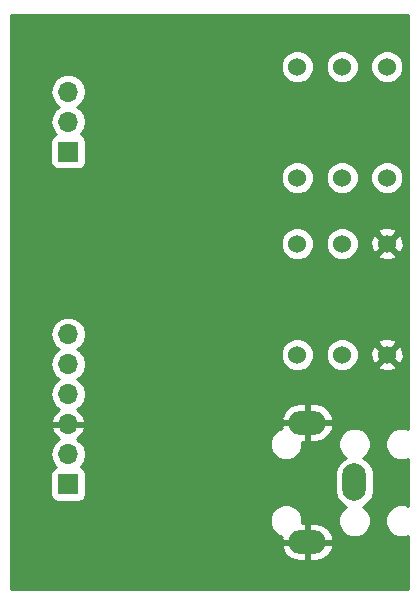
<source format=gbl>
G04 #@! TF.GenerationSoftware,KiCad,Pcbnew,(5.0.1)-4*
G04 #@! TF.CreationDate,2019-02-11T23:05:39+00:00*
G04 #@! TF.ProjectId,FT-8900-Headset,46542D383930302D486561647365742E,rev?*
G04 #@! TF.SameCoordinates,Original*
G04 #@! TF.FileFunction,Copper,L2,Bot,Signal*
G04 #@! TF.FilePolarity,Positive*
%FSLAX46Y46*%
G04 Gerber Fmt 4.6, Leading zero omitted, Abs format (unit mm)*
G04 Created by KiCad (PCBNEW (5.0.1)-4) date 11/02/2019 23:05:39*
%MOMM*%
%LPD*%
G01*
G04 APERTURE LIST*
G04 #@! TA.AperFunction,ComponentPad*
%ADD10O,3.197860X1.998980*%
G04 #@! TD*
G04 #@! TA.AperFunction,ComponentPad*
%ADD11O,1.998980X3.197860*%
G04 #@! TD*
G04 #@! TA.AperFunction,ComponentPad*
%ADD12R,1.700000X1.700000*%
G04 #@! TD*
G04 #@! TA.AperFunction,ComponentPad*
%ADD13O,1.700000X1.700000*%
G04 #@! TD*
G04 #@! TA.AperFunction,ComponentPad*
%ADD14C,1.524000*%
G04 #@! TD*
G04 #@! TA.AperFunction,Conductor*
%ADD15C,0.254000*%
G04 #@! TD*
G04 APERTURE END LIST*
D10*
G04 #@! TO.P,J5,2*
G04 #@! TO.N,GND*
X173502040Y-124554600D03*
D11*
G04 #@! TO.P,J5,1*
G04 #@! TO.N,Net-(J2-Pad1)*
X177500000Y-119500000D03*
D10*
G04 #@! TO.P,J5,2*
G04 #@! TO.N,GND*
X173502040Y-114445400D03*
G04 #@! TD*
D12*
G04 #@! TO.P,J1,1*
G04 #@! TO.N,Net-(J1-Pad1)*
X153250000Y-91500000D03*
D13*
G04 #@! TO.P,J1,2*
X153250000Y-88960000D03*
G04 #@! TO.P,J1,3*
G04 #@! TO.N,Net-(J1-Pad3)*
X153250000Y-86420000D03*
G04 #@! TD*
D12*
G04 #@! TO.P,J2,1*
G04 #@! TO.N,Net-(J2-Pad1)*
X153250000Y-119660000D03*
D13*
G04 #@! TO.P,J2,2*
G04 #@! TO.N,Net-(C1-Pad2)*
X153250000Y-117120000D03*
G04 #@! TO.P,J2,3*
G04 #@! TO.N,GND*
X153250000Y-114580000D03*
G04 #@! TO.P,J2,4*
G04 #@! TO.N,Net-(J2-Pad4)*
X153250000Y-112040000D03*
G04 #@! TO.P,J2,5*
G04 #@! TO.N,N/C*
X153250000Y-109500000D03*
G04 #@! TO.P,J2,6*
X153250000Y-106960000D03*
G04 #@! TD*
D14*
G04 #@! TO.P,J3,T*
G04 #@! TO.N,Net-(J3-PadT)*
X172650000Y-84300000D03*
G04 #@! TO.P,J3,R*
G04 #@! TO.N,Net-(J3-PadR)*
X176450000Y-84300000D03*
G04 #@! TO.P,J3,S*
G04 #@! TO.N,Net-(J1-Pad1)*
X180250000Y-84300000D03*
G04 #@! TO.P,J3,TN*
G04 #@! TO.N,Net-(J3-PadT)*
X172650000Y-93700000D03*
G04 #@! TO.P,J3,RN*
G04 #@! TO.N,Net-(J3-PadR)*
X176450000Y-93700000D03*
G04 #@! TO.P,J3,SN*
G04 #@! TO.N,Net-(J1-Pad1)*
X180250000Y-93700000D03*
G04 #@! TD*
G04 #@! TO.P,J4,SN*
G04 #@! TO.N,GND*
X180250000Y-108700000D03*
G04 #@! TO.P,J4,RN*
G04 #@! TO.N,Net-(J4-PadR)*
X176450000Y-108700000D03*
G04 #@! TO.P,J4,TN*
G04 #@! TO.N,Net-(C1-Pad1)*
X172650000Y-108700000D03*
G04 #@! TO.P,J4,S*
G04 #@! TO.N,GND*
X180250000Y-99300000D03*
G04 #@! TO.P,J4,R*
G04 #@! TO.N,Net-(J4-PadR)*
X176450000Y-99300000D03*
G04 #@! TO.P,J4,T*
G04 #@! TO.N,Net-(C1-Pad1)*
X172650000Y-99300000D03*
G04 #@! TD*
D15*
G04 #@! TO.N,GND*
G36*
X182040001Y-114974562D02*
X181775494Y-114865000D01*
X181224506Y-114865000D01*
X180715460Y-115075853D01*
X180325853Y-115465460D01*
X180115000Y-115974506D01*
X180115000Y-116525494D01*
X180325853Y-117034540D01*
X180715460Y-117424147D01*
X181224506Y-117635000D01*
X181775494Y-117635000D01*
X182040001Y-117525438D01*
X182040001Y-121474562D01*
X181775494Y-121365000D01*
X181224506Y-121365000D01*
X180715460Y-121575853D01*
X180325853Y-121965460D01*
X180115000Y-122474506D01*
X180115000Y-123025494D01*
X180325853Y-123534540D01*
X180715460Y-123924147D01*
X181224506Y-124135000D01*
X181775494Y-124135000D01*
X182040001Y-124025438D01*
X182040001Y-128540000D01*
X148460000Y-128540000D01*
X148460000Y-124934954D01*
X171312981Y-124934954D01*
X171343927Y-125062759D01*
X171657038Y-125620556D01*
X172159775Y-126016071D01*
X172775600Y-126189090D01*
X173375040Y-126189090D01*
X173375040Y-124681600D01*
X173629040Y-124681600D01*
X173629040Y-126189090D01*
X174228480Y-126189090D01*
X174844305Y-126016071D01*
X175347042Y-125620556D01*
X175660153Y-125062759D01*
X175691099Y-124934954D01*
X175571745Y-124681600D01*
X173629040Y-124681600D01*
X173375040Y-124681600D01*
X171432335Y-124681600D01*
X171312981Y-124934954D01*
X148460000Y-124934954D01*
X148460000Y-122474506D01*
X170315000Y-122474506D01*
X170315000Y-123025494D01*
X170525853Y-123534540D01*
X170915460Y-123924147D01*
X171331783Y-124096593D01*
X171312981Y-124174246D01*
X171432335Y-124427600D01*
X173375040Y-124427600D01*
X173375040Y-122920110D01*
X173629040Y-122920110D01*
X173629040Y-124427600D01*
X175571745Y-124427600D01*
X175691099Y-124174246D01*
X175660153Y-124046441D01*
X175347042Y-123488644D01*
X174844305Y-123093129D01*
X174228480Y-122920110D01*
X173629040Y-122920110D01*
X173375040Y-122920110D01*
X173085000Y-122920110D01*
X173085000Y-122474506D01*
X172874147Y-121965460D01*
X172484540Y-121575853D01*
X171975494Y-121365000D01*
X171424506Y-121365000D01*
X170915460Y-121575853D01*
X170525853Y-121965460D01*
X170315000Y-122474506D01*
X148460000Y-122474506D01*
X148460000Y-117120000D01*
X151735908Y-117120000D01*
X151851161Y-117699418D01*
X152179375Y-118190625D01*
X152197619Y-118202816D01*
X152152235Y-118211843D01*
X151942191Y-118352191D01*
X151801843Y-118562235D01*
X151752560Y-118810000D01*
X151752560Y-120510000D01*
X151801843Y-120757765D01*
X151942191Y-120967809D01*
X152152235Y-121108157D01*
X152400000Y-121157440D01*
X154100000Y-121157440D01*
X154347765Y-121108157D01*
X154557809Y-120967809D01*
X154698157Y-120757765D01*
X154747440Y-120510000D01*
X154747440Y-118810000D01*
X154733433Y-118739581D01*
X175865510Y-118739581D01*
X175865510Y-120260420D01*
X175960345Y-120737186D01*
X176321600Y-121277841D01*
X176747651Y-121562519D01*
X176715460Y-121575853D01*
X176325853Y-121965460D01*
X176115000Y-122474506D01*
X176115000Y-123025494D01*
X176325853Y-123534540D01*
X176715460Y-123924147D01*
X177224506Y-124135000D01*
X177775494Y-124135000D01*
X178284540Y-123924147D01*
X178674147Y-123534540D01*
X178885000Y-123025494D01*
X178885000Y-122474506D01*
X178674147Y-121965460D01*
X178284540Y-121575853D01*
X178252350Y-121562519D01*
X178678401Y-121277841D01*
X179039655Y-120737186D01*
X179134490Y-120260420D01*
X179134490Y-118739580D01*
X179039655Y-118262814D01*
X178678401Y-117722159D01*
X178252349Y-117437481D01*
X178284540Y-117424147D01*
X178674147Y-117034540D01*
X178885000Y-116525494D01*
X178885000Y-115974506D01*
X178674147Y-115465460D01*
X178284540Y-115075853D01*
X177775494Y-114865000D01*
X177224506Y-114865000D01*
X176715460Y-115075853D01*
X176325853Y-115465460D01*
X176115000Y-115974506D01*
X176115000Y-116525494D01*
X176325853Y-117034540D01*
X176715460Y-117424147D01*
X176747650Y-117437481D01*
X176321599Y-117722159D01*
X175960345Y-118262815D01*
X175865510Y-118739581D01*
X154733433Y-118739581D01*
X154698157Y-118562235D01*
X154557809Y-118352191D01*
X154347765Y-118211843D01*
X154302381Y-118202816D01*
X154320625Y-118190625D01*
X154648839Y-117699418D01*
X154764092Y-117120000D01*
X154648839Y-116540582D01*
X154320625Y-116049375D01*
X154208576Y-115974506D01*
X170315000Y-115974506D01*
X170315000Y-116525494D01*
X170525853Y-117034540D01*
X170915460Y-117424147D01*
X171424506Y-117635000D01*
X171975494Y-117635000D01*
X172484540Y-117424147D01*
X172874147Y-117034540D01*
X173085000Y-116525494D01*
X173085000Y-116079890D01*
X173375040Y-116079890D01*
X173375040Y-114572400D01*
X173629040Y-114572400D01*
X173629040Y-116079890D01*
X174228480Y-116079890D01*
X174844305Y-115906871D01*
X175347042Y-115511356D01*
X175660153Y-114953559D01*
X175691099Y-114825754D01*
X175571745Y-114572400D01*
X173629040Y-114572400D01*
X173375040Y-114572400D01*
X171432335Y-114572400D01*
X171312981Y-114825754D01*
X171331783Y-114903407D01*
X170915460Y-115075853D01*
X170525853Y-115465460D01*
X170315000Y-115974506D01*
X154208576Y-115974506D01*
X154001522Y-115836157D01*
X154131358Y-115775183D01*
X154521645Y-115346924D01*
X154691476Y-114936890D01*
X154570155Y-114707000D01*
X153377000Y-114707000D01*
X153377000Y-114727000D01*
X153123000Y-114727000D01*
X153123000Y-114707000D01*
X151929845Y-114707000D01*
X151808524Y-114936890D01*
X151978355Y-115346924D01*
X152368642Y-115775183D01*
X152498478Y-115836157D01*
X152179375Y-116049375D01*
X151851161Y-116540582D01*
X151735908Y-117120000D01*
X148460000Y-117120000D01*
X148460000Y-106960000D01*
X151735908Y-106960000D01*
X151851161Y-107539418D01*
X152179375Y-108030625D01*
X152477761Y-108230000D01*
X152179375Y-108429375D01*
X151851161Y-108920582D01*
X151735908Y-109500000D01*
X151851161Y-110079418D01*
X152179375Y-110570625D01*
X152477761Y-110770000D01*
X152179375Y-110969375D01*
X151851161Y-111460582D01*
X151735908Y-112040000D01*
X151851161Y-112619418D01*
X152179375Y-113110625D01*
X152498478Y-113323843D01*
X152368642Y-113384817D01*
X151978355Y-113813076D01*
X151808524Y-114223110D01*
X151929845Y-114453000D01*
X153123000Y-114453000D01*
X153123000Y-114433000D01*
X153377000Y-114433000D01*
X153377000Y-114453000D01*
X154570155Y-114453000D01*
X154691476Y-114223110D01*
X154626008Y-114065046D01*
X171312981Y-114065046D01*
X171432335Y-114318400D01*
X173375040Y-114318400D01*
X173375040Y-112810910D01*
X173629040Y-112810910D01*
X173629040Y-114318400D01*
X175571745Y-114318400D01*
X175691099Y-114065046D01*
X175660153Y-113937241D01*
X175347042Y-113379444D01*
X174844305Y-112983929D01*
X174228480Y-112810910D01*
X173629040Y-112810910D01*
X173375040Y-112810910D01*
X172775600Y-112810910D01*
X172159775Y-112983929D01*
X171657038Y-113379444D01*
X171343927Y-113937241D01*
X171312981Y-114065046D01*
X154626008Y-114065046D01*
X154521645Y-113813076D01*
X154131358Y-113384817D01*
X154001522Y-113323843D01*
X154320625Y-113110625D01*
X154648839Y-112619418D01*
X154764092Y-112040000D01*
X154648839Y-111460582D01*
X154320625Y-110969375D01*
X154022239Y-110770000D01*
X154320625Y-110570625D01*
X154648839Y-110079418D01*
X154764092Y-109500000D01*
X154648839Y-108920582D01*
X154320625Y-108429375D01*
X154309766Y-108422119D01*
X171253000Y-108422119D01*
X171253000Y-108977881D01*
X171465680Y-109491337D01*
X171858663Y-109884320D01*
X172372119Y-110097000D01*
X172927881Y-110097000D01*
X173441337Y-109884320D01*
X173834320Y-109491337D01*
X174047000Y-108977881D01*
X174047000Y-108422119D01*
X175053000Y-108422119D01*
X175053000Y-108977881D01*
X175265680Y-109491337D01*
X175658663Y-109884320D01*
X176172119Y-110097000D01*
X176727881Y-110097000D01*
X177241337Y-109884320D01*
X177445444Y-109680213D01*
X179449392Y-109680213D01*
X179518857Y-109922397D01*
X180042302Y-110109144D01*
X180597368Y-110081362D01*
X180981143Y-109922397D01*
X181050608Y-109680213D01*
X180250000Y-108879605D01*
X179449392Y-109680213D01*
X177445444Y-109680213D01*
X177634320Y-109491337D01*
X177847000Y-108977881D01*
X177847000Y-108492302D01*
X178840856Y-108492302D01*
X178868638Y-109047368D01*
X179027603Y-109431143D01*
X179269787Y-109500608D01*
X180070395Y-108700000D01*
X180429605Y-108700000D01*
X181230213Y-109500608D01*
X181472397Y-109431143D01*
X181659144Y-108907698D01*
X181631362Y-108352632D01*
X181472397Y-107968857D01*
X181230213Y-107899392D01*
X180429605Y-108700000D01*
X180070395Y-108700000D01*
X179269787Y-107899392D01*
X179027603Y-107968857D01*
X178840856Y-108492302D01*
X177847000Y-108492302D01*
X177847000Y-108422119D01*
X177634320Y-107908663D01*
X177445444Y-107719787D01*
X179449392Y-107719787D01*
X180250000Y-108520395D01*
X181050608Y-107719787D01*
X180981143Y-107477603D01*
X180457698Y-107290856D01*
X179902632Y-107318638D01*
X179518857Y-107477603D01*
X179449392Y-107719787D01*
X177445444Y-107719787D01*
X177241337Y-107515680D01*
X176727881Y-107303000D01*
X176172119Y-107303000D01*
X175658663Y-107515680D01*
X175265680Y-107908663D01*
X175053000Y-108422119D01*
X174047000Y-108422119D01*
X173834320Y-107908663D01*
X173441337Y-107515680D01*
X172927881Y-107303000D01*
X172372119Y-107303000D01*
X171858663Y-107515680D01*
X171465680Y-107908663D01*
X171253000Y-108422119D01*
X154309766Y-108422119D01*
X154022239Y-108230000D01*
X154320625Y-108030625D01*
X154648839Y-107539418D01*
X154764092Y-106960000D01*
X154648839Y-106380582D01*
X154320625Y-105889375D01*
X153829418Y-105561161D01*
X153396256Y-105475000D01*
X153103744Y-105475000D01*
X152670582Y-105561161D01*
X152179375Y-105889375D01*
X151851161Y-106380582D01*
X151735908Y-106960000D01*
X148460000Y-106960000D01*
X148460000Y-99022119D01*
X171253000Y-99022119D01*
X171253000Y-99577881D01*
X171465680Y-100091337D01*
X171858663Y-100484320D01*
X172372119Y-100697000D01*
X172927881Y-100697000D01*
X173441337Y-100484320D01*
X173834320Y-100091337D01*
X174047000Y-99577881D01*
X174047000Y-99022119D01*
X175053000Y-99022119D01*
X175053000Y-99577881D01*
X175265680Y-100091337D01*
X175658663Y-100484320D01*
X176172119Y-100697000D01*
X176727881Y-100697000D01*
X177241337Y-100484320D01*
X177445444Y-100280213D01*
X179449392Y-100280213D01*
X179518857Y-100522397D01*
X180042302Y-100709144D01*
X180597368Y-100681362D01*
X180981143Y-100522397D01*
X181050608Y-100280213D01*
X180250000Y-99479605D01*
X179449392Y-100280213D01*
X177445444Y-100280213D01*
X177634320Y-100091337D01*
X177847000Y-99577881D01*
X177847000Y-99092302D01*
X178840856Y-99092302D01*
X178868638Y-99647368D01*
X179027603Y-100031143D01*
X179269787Y-100100608D01*
X180070395Y-99300000D01*
X180429605Y-99300000D01*
X181230213Y-100100608D01*
X181472397Y-100031143D01*
X181659144Y-99507698D01*
X181631362Y-98952632D01*
X181472397Y-98568857D01*
X181230213Y-98499392D01*
X180429605Y-99300000D01*
X180070395Y-99300000D01*
X179269787Y-98499392D01*
X179027603Y-98568857D01*
X178840856Y-99092302D01*
X177847000Y-99092302D01*
X177847000Y-99022119D01*
X177634320Y-98508663D01*
X177445444Y-98319787D01*
X179449392Y-98319787D01*
X180250000Y-99120395D01*
X181050608Y-98319787D01*
X180981143Y-98077603D01*
X180457698Y-97890856D01*
X179902632Y-97918638D01*
X179518857Y-98077603D01*
X179449392Y-98319787D01*
X177445444Y-98319787D01*
X177241337Y-98115680D01*
X176727881Y-97903000D01*
X176172119Y-97903000D01*
X175658663Y-98115680D01*
X175265680Y-98508663D01*
X175053000Y-99022119D01*
X174047000Y-99022119D01*
X173834320Y-98508663D01*
X173441337Y-98115680D01*
X172927881Y-97903000D01*
X172372119Y-97903000D01*
X171858663Y-98115680D01*
X171465680Y-98508663D01*
X171253000Y-99022119D01*
X148460000Y-99022119D01*
X148460000Y-93422119D01*
X171253000Y-93422119D01*
X171253000Y-93977881D01*
X171465680Y-94491337D01*
X171858663Y-94884320D01*
X172372119Y-95097000D01*
X172927881Y-95097000D01*
X173441337Y-94884320D01*
X173834320Y-94491337D01*
X174047000Y-93977881D01*
X174047000Y-93422119D01*
X175053000Y-93422119D01*
X175053000Y-93977881D01*
X175265680Y-94491337D01*
X175658663Y-94884320D01*
X176172119Y-95097000D01*
X176727881Y-95097000D01*
X177241337Y-94884320D01*
X177634320Y-94491337D01*
X177847000Y-93977881D01*
X177847000Y-93422119D01*
X178853000Y-93422119D01*
X178853000Y-93977881D01*
X179065680Y-94491337D01*
X179458663Y-94884320D01*
X179972119Y-95097000D01*
X180527881Y-95097000D01*
X181041337Y-94884320D01*
X181434320Y-94491337D01*
X181647000Y-93977881D01*
X181647000Y-93422119D01*
X181434320Y-92908663D01*
X181041337Y-92515680D01*
X180527881Y-92303000D01*
X179972119Y-92303000D01*
X179458663Y-92515680D01*
X179065680Y-92908663D01*
X178853000Y-93422119D01*
X177847000Y-93422119D01*
X177634320Y-92908663D01*
X177241337Y-92515680D01*
X176727881Y-92303000D01*
X176172119Y-92303000D01*
X175658663Y-92515680D01*
X175265680Y-92908663D01*
X175053000Y-93422119D01*
X174047000Y-93422119D01*
X173834320Y-92908663D01*
X173441337Y-92515680D01*
X172927881Y-92303000D01*
X172372119Y-92303000D01*
X171858663Y-92515680D01*
X171465680Y-92908663D01*
X171253000Y-93422119D01*
X148460000Y-93422119D01*
X148460000Y-86420000D01*
X151735908Y-86420000D01*
X151851161Y-86999418D01*
X152179375Y-87490625D01*
X152477761Y-87690000D01*
X152179375Y-87889375D01*
X151851161Y-88380582D01*
X151735908Y-88960000D01*
X151851161Y-89539418D01*
X152179375Y-90030625D01*
X152197619Y-90042816D01*
X152152235Y-90051843D01*
X151942191Y-90192191D01*
X151801843Y-90402235D01*
X151752560Y-90650000D01*
X151752560Y-92350000D01*
X151801843Y-92597765D01*
X151942191Y-92807809D01*
X152152235Y-92948157D01*
X152400000Y-92997440D01*
X154100000Y-92997440D01*
X154347765Y-92948157D01*
X154557809Y-92807809D01*
X154698157Y-92597765D01*
X154747440Y-92350000D01*
X154747440Y-90650000D01*
X154698157Y-90402235D01*
X154557809Y-90192191D01*
X154347765Y-90051843D01*
X154302381Y-90042816D01*
X154320625Y-90030625D01*
X154648839Y-89539418D01*
X154764092Y-88960000D01*
X154648839Y-88380582D01*
X154320625Y-87889375D01*
X154022239Y-87690000D01*
X154320625Y-87490625D01*
X154648839Y-86999418D01*
X154764092Y-86420000D01*
X154648839Y-85840582D01*
X154320625Y-85349375D01*
X153829418Y-85021161D01*
X153396256Y-84935000D01*
X153103744Y-84935000D01*
X152670582Y-85021161D01*
X152179375Y-85349375D01*
X151851161Y-85840582D01*
X151735908Y-86420000D01*
X148460000Y-86420000D01*
X148460000Y-84022119D01*
X171253000Y-84022119D01*
X171253000Y-84577881D01*
X171465680Y-85091337D01*
X171858663Y-85484320D01*
X172372119Y-85697000D01*
X172927881Y-85697000D01*
X173441337Y-85484320D01*
X173834320Y-85091337D01*
X174047000Y-84577881D01*
X174047000Y-84022119D01*
X175053000Y-84022119D01*
X175053000Y-84577881D01*
X175265680Y-85091337D01*
X175658663Y-85484320D01*
X176172119Y-85697000D01*
X176727881Y-85697000D01*
X177241337Y-85484320D01*
X177634320Y-85091337D01*
X177847000Y-84577881D01*
X177847000Y-84022119D01*
X178853000Y-84022119D01*
X178853000Y-84577881D01*
X179065680Y-85091337D01*
X179458663Y-85484320D01*
X179972119Y-85697000D01*
X180527881Y-85697000D01*
X181041337Y-85484320D01*
X181434320Y-85091337D01*
X181647000Y-84577881D01*
X181647000Y-84022119D01*
X181434320Y-83508663D01*
X181041337Y-83115680D01*
X180527881Y-82903000D01*
X179972119Y-82903000D01*
X179458663Y-83115680D01*
X179065680Y-83508663D01*
X178853000Y-84022119D01*
X177847000Y-84022119D01*
X177634320Y-83508663D01*
X177241337Y-83115680D01*
X176727881Y-82903000D01*
X176172119Y-82903000D01*
X175658663Y-83115680D01*
X175265680Y-83508663D01*
X175053000Y-84022119D01*
X174047000Y-84022119D01*
X173834320Y-83508663D01*
X173441337Y-83115680D01*
X172927881Y-82903000D01*
X172372119Y-82903000D01*
X171858663Y-83115680D01*
X171465680Y-83508663D01*
X171253000Y-84022119D01*
X148460000Y-84022119D01*
X148460000Y-79960000D01*
X182040000Y-79960000D01*
X182040001Y-114974562D01*
X182040001Y-114974562D01*
G37*
X182040001Y-114974562D02*
X181775494Y-114865000D01*
X181224506Y-114865000D01*
X180715460Y-115075853D01*
X180325853Y-115465460D01*
X180115000Y-115974506D01*
X180115000Y-116525494D01*
X180325853Y-117034540D01*
X180715460Y-117424147D01*
X181224506Y-117635000D01*
X181775494Y-117635000D01*
X182040001Y-117525438D01*
X182040001Y-121474562D01*
X181775494Y-121365000D01*
X181224506Y-121365000D01*
X180715460Y-121575853D01*
X180325853Y-121965460D01*
X180115000Y-122474506D01*
X180115000Y-123025494D01*
X180325853Y-123534540D01*
X180715460Y-123924147D01*
X181224506Y-124135000D01*
X181775494Y-124135000D01*
X182040001Y-124025438D01*
X182040001Y-128540000D01*
X148460000Y-128540000D01*
X148460000Y-124934954D01*
X171312981Y-124934954D01*
X171343927Y-125062759D01*
X171657038Y-125620556D01*
X172159775Y-126016071D01*
X172775600Y-126189090D01*
X173375040Y-126189090D01*
X173375040Y-124681600D01*
X173629040Y-124681600D01*
X173629040Y-126189090D01*
X174228480Y-126189090D01*
X174844305Y-126016071D01*
X175347042Y-125620556D01*
X175660153Y-125062759D01*
X175691099Y-124934954D01*
X175571745Y-124681600D01*
X173629040Y-124681600D01*
X173375040Y-124681600D01*
X171432335Y-124681600D01*
X171312981Y-124934954D01*
X148460000Y-124934954D01*
X148460000Y-122474506D01*
X170315000Y-122474506D01*
X170315000Y-123025494D01*
X170525853Y-123534540D01*
X170915460Y-123924147D01*
X171331783Y-124096593D01*
X171312981Y-124174246D01*
X171432335Y-124427600D01*
X173375040Y-124427600D01*
X173375040Y-122920110D01*
X173629040Y-122920110D01*
X173629040Y-124427600D01*
X175571745Y-124427600D01*
X175691099Y-124174246D01*
X175660153Y-124046441D01*
X175347042Y-123488644D01*
X174844305Y-123093129D01*
X174228480Y-122920110D01*
X173629040Y-122920110D01*
X173375040Y-122920110D01*
X173085000Y-122920110D01*
X173085000Y-122474506D01*
X172874147Y-121965460D01*
X172484540Y-121575853D01*
X171975494Y-121365000D01*
X171424506Y-121365000D01*
X170915460Y-121575853D01*
X170525853Y-121965460D01*
X170315000Y-122474506D01*
X148460000Y-122474506D01*
X148460000Y-117120000D01*
X151735908Y-117120000D01*
X151851161Y-117699418D01*
X152179375Y-118190625D01*
X152197619Y-118202816D01*
X152152235Y-118211843D01*
X151942191Y-118352191D01*
X151801843Y-118562235D01*
X151752560Y-118810000D01*
X151752560Y-120510000D01*
X151801843Y-120757765D01*
X151942191Y-120967809D01*
X152152235Y-121108157D01*
X152400000Y-121157440D01*
X154100000Y-121157440D01*
X154347765Y-121108157D01*
X154557809Y-120967809D01*
X154698157Y-120757765D01*
X154747440Y-120510000D01*
X154747440Y-118810000D01*
X154733433Y-118739581D01*
X175865510Y-118739581D01*
X175865510Y-120260420D01*
X175960345Y-120737186D01*
X176321600Y-121277841D01*
X176747651Y-121562519D01*
X176715460Y-121575853D01*
X176325853Y-121965460D01*
X176115000Y-122474506D01*
X176115000Y-123025494D01*
X176325853Y-123534540D01*
X176715460Y-123924147D01*
X177224506Y-124135000D01*
X177775494Y-124135000D01*
X178284540Y-123924147D01*
X178674147Y-123534540D01*
X178885000Y-123025494D01*
X178885000Y-122474506D01*
X178674147Y-121965460D01*
X178284540Y-121575853D01*
X178252350Y-121562519D01*
X178678401Y-121277841D01*
X179039655Y-120737186D01*
X179134490Y-120260420D01*
X179134490Y-118739580D01*
X179039655Y-118262814D01*
X178678401Y-117722159D01*
X178252349Y-117437481D01*
X178284540Y-117424147D01*
X178674147Y-117034540D01*
X178885000Y-116525494D01*
X178885000Y-115974506D01*
X178674147Y-115465460D01*
X178284540Y-115075853D01*
X177775494Y-114865000D01*
X177224506Y-114865000D01*
X176715460Y-115075853D01*
X176325853Y-115465460D01*
X176115000Y-115974506D01*
X176115000Y-116525494D01*
X176325853Y-117034540D01*
X176715460Y-117424147D01*
X176747650Y-117437481D01*
X176321599Y-117722159D01*
X175960345Y-118262815D01*
X175865510Y-118739581D01*
X154733433Y-118739581D01*
X154698157Y-118562235D01*
X154557809Y-118352191D01*
X154347765Y-118211843D01*
X154302381Y-118202816D01*
X154320625Y-118190625D01*
X154648839Y-117699418D01*
X154764092Y-117120000D01*
X154648839Y-116540582D01*
X154320625Y-116049375D01*
X154208576Y-115974506D01*
X170315000Y-115974506D01*
X170315000Y-116525494D01*
X170525853Y-117034540D01*
X170915460Y-117424147D01*
X171424506Y-117635000D01*
X171975494Y-117635000D01*
X172484540Y-117424147D01*
X172874147Y-117034540D01*
X173085000Y-116525494D01*
X173085000Y-116079890D01*
X173375040Y-116079890D01*
X173375040Y-114572400D01*
X173629040Y-114572400D01*
X173629040Y-116079890D01*
X174228480Y-116079890D01*
X174844305Y-115906871D01*
X175347042Y-115511356D01*
X175660153Y-114953559D01*
X175691099Y-114825754D01*
X175571745Y-114572400D01*
X173629040Y-114572400D01*
X173375040Y-114572400D01*
X171432335Y-114572400D01*
X171312981Y-114825754D01*
X171331783Y-114903407D01*
X170915460Y-115075853D01*
X170525853Y-115465460D01*
X170315000Y-115974506D01*
X154208576Y-115974506D01*
X154001522Y-115836157D01*
X154131358Y-115775183D01*
X154521645Y-115346924D01*
X154691476Y-114936890D01*
X154570155Y-114707000D01*
X153377000Y-114707000D01*
X153377000Y-114727000D01*
X153123000Y-114727000D01*
X153123000Y-114707000D01*
X151929845Y-114707000D01*
X151808524Y-114936890D01*
X151978355Y-115346924D01*
X152368642Y-115775183D01*
X152498478Y-115836157D01*
X152179375Y-116049375D01*
X151851161Y-116540582D01*
X151735908Y-117120000D01*
X148460000Y-117120000D01*
X148460000Y-106960000D01*
X151735908Y-106960000D01*
X151851161Y-107539418D01*
X152179375Y-108030625D01*
X152477761Y-108230000D01*
X152179375Y-108429375D01*
X151851161Y-108920582D01*
X151735908Y-109500000D01*
X151851161Y-110079418D01*
X152179375Y-110570625D01*
X152477761Y-110770000D01*
X152179375Y-110969375D01*
X151851161Y-111460582D01*
X151735908Y-112040000D01*
X151851161Y-112619418D01*
X152179375Y-113110625D01*
X152498478Y-113323843D01*
X152368642Y-113384817D01*
X151978355Y-113813076D01*
X151808524Y-114223110D01*
X151929845Y-114453000D01*
X153123000Y-114453000D01*
X153123000Y-114433000D01*
X153377000Y-114433000D01*
X153377000Y-114453000D01*
X154570155Y-114453000D01*
X154691476Y-114223110D01*
X154626008Y-114065046D01*
X171312981Y-114065046D01*
X171432335Y-114318400D01*
X173375040Y-114318400D01*
X173375040Y-112810910D01*
X173629040Y-112810910D01*
X173629040Y-114318400D01*
X175571745Y-114318400D01*
X175691099Y-114065046D01*
X175660153Y-113937241D01*
X175347042Y-113379444D01*
X174844305Y-112983929D01*
X174228480Y-112810910D01*
X173629040Y-112810910D01*
X173375040Y-112810910D01*
X172775600Y-112810910D01*
X172159775Y-112983929D01*
X171657038Y-113379444D01*
X171343927Y-113937241D01*
X171312981Y-114065046D01*
X154626008Y-114065046D01*
X154521645Y-113813076D01*
X154131358Y-113384817D01*
X154001522Y-113323843D01*
X154320625Y-113110625D01*
X154648839Y-112619418D01*
X154764092Y-112040000D01*
X154648839Y-111460582D01*
X154320625Y-110969375D01*
X154022239Y-110770000D01*
X154320625Y-110570625D01*
X154648839Y-110079418D01*
X154764092Y-109500000D01*
X154648839Y-108920582D01*
X154320625Y-108429375D01*
X154309766Y-108422119D01*
X171253000Y-108422119D01*
X171253000Y-108977881D01*
X171465680Y-109491337D01*
X171858663Y-109884320D01*
X172372119Y-110097000D01*
X172927881Y-110097000D01*
X173441337Y-109884320D01*
X173834320Y-109491337D01*
X174047000Y-108977881D01*
X174047000Y-108422119D01*
X175053000Y-108422119D01*
X175053000Y-108977881D01*
X175265680Y-109491337D01*
X175658663Y-109884320D01*
X176172119Y-110097000D01*
X176727881Y-110097000D01*
X177241337Y-109884320D01*
X177445444Y-109680213D01*
X179449392Y-109680213D01*
X179518857Y-109922397D01*
X180042302Y-110109144D01*
X180597368Y-110081362D01*
X180981143Y-109922397D01*
X181050608Y-109680213D01*
X180250000Y-108879605D01*
X179449392Y-109680213D01*
X177445444Y-109680213D01*
X177634320Y-109491337D01*
X177847000Y-108977881D01*
X177847000Y-108492302D01*
X178840856Y-108492302D01*
X178868638Y-109047368D01*
X179027603Y-109431143D01*
X179269787Y-109500608D01*
X180070395Y-108700000D01*
X180429605Y-108700000D01*
X181230213Y-109500608D01*
X181472397Y-109431143D01*
X181659144Y-108907698D01*
X181631362Y-108352632D01*
X181472397Y-107968857D01*
X181230213Y-107899392D01*
X180429605Y-108700000D01*
X180070395Y-108700000D01*
X179269787Y-107899392D01*
X179027603Y-107968857D01*
X178840856Y-108492302D01*
X177847000Y-108492302D01*
X177847000Y-108422119D01*
X177634320Y-107908663D01*
X177445444Y-107719787D01*
X179449392Y-107719787D01*
X180250000Y-108520395D01*
X181050608Y-107719787D01*
X180981143Y-107477603D01*
X180457698Y-107290856D01*
X179902632Y-107318638D01*
X179518857Y-107477603D01*
X179449392Y-107719787D01*
X177445444Y-107719787D01*
X177241337Y-107515680D01*
X176727881Y-107303000D01*
X176172119Y-107303000D01*
X175658663Y-107515680D01*
X175265680Y-107908663D01*
X175053000Y-108422119D01*
X174047000Y-108422119D01*
X173834320Y-107908663D01*
X173441337Y-107515680D01*
X172927881Y-107303000D01*
X172372119Y-107303000D01*
X171858663Y-107515680D01*
X171465680Y-107908663D01*
X171253000Y-108422119D01*
X154309766Y-108422119D01*
X154022239Y-108230000D01*
X154320625Y-108030625D01*
X154648839Y-107539418D01*
X154764092Y-106960000D01*
X154648839Y-106380582D01*
X154320625Y-105889375D01*
X153829418Y-105561161D01*
X153396256Y-105475000D01*
X153103744Y-105475000D01*
X152670582Y-105561161D01*
X152179375Y-105889375D01*
X151851161Y-106380582D01*
X151735908Y-106960000D01*
X148460000Y-106960000D01*
X148460000Y-99022119D01*
X171253000Y-99022119D01*
X171253000Y-99577881D01*
X171465680Y-100091337D01*
X171858663Y-100484320D01*
X172372119Y-100697000D01*
X172927881Y-100697000D01*
X173441337Y-100484320D01*
X173834320Y-100091337D01*
X174047000Y-99577881D01*
X174047000Y-99022119D01*
X175053000Y-99022119D01*
X175053000Y-99577881D01*
X175265680Y-100091337D01*
X175658663Y-100484320D01*
X176172119Y-100697000D01*
X176727881Y-100697000D01*
X177241337Y-100484320D01*
X177445444Y-100280213D01*
X179449392Y-100280213D01*
X179518857Y-100522397D01*
X180042302Y-100709144D01*
X180597368Y-100681362D01*
X180981143Y-100522397D01*
X181050608Y-100280213D01*
X180250000Y-99479605D01*
X179449392Y-100280213D01*
X177445444Y-100280213D01*
X177634320Y-100091337D01*
X177847000Y-99577881D01*
X177847000Y-99092302D01*
X178840856Y-99092302D01*
X178868638Y-99647368D01*
X179027603Y-100031143D01*
X179269787Y-100100608D01*
X180070395Y-99300000D01*
X180429605Y-99300000D01*
X181230213Y-100100608D01*
X181472397Y-100031143D01*
X181659144Y-99507698D01*
X181631362Y-98952632D01*
X181472397Y-98568857D01*
X181230213Y-98499392D01*
X180429605Y-99300000D01*
X180070395Y-99300000D01*
X179269787Y-98499392D01*
X179027603Y-98568857D01*
X178840856Y-99092302D01*
X177847000Y-99092302D01*
X177847000Y-99022119D01*
X177634320Y-98508663D01*
X177445444Y-98319787D01*
X179449392Y-98319787D01*
X180250000Y-99120395D01*
X181050608Y-98319787D01*
X180981143Y-98077603D01*
X180457698Y-97890856D01*
X179902632Y-97918638D01*
X179518857Y-98077603D01*
X179449392Y-98319787D01*
X177445444Y-98319787D01*
X177241337Y-98115680D01*
X176727881Y-97903000D01*
X176172119Y-97903000D01*
X175658663Y-98115680D01*
X175265680Y-98508663D01*
X175053000Y-99022119D01*
X174047000Y-99022119D01*
X173834320Y-98508663D01*
X173441337Y-98115680D01*
X172927881Y-97903000D01*
X172372119Y-97903000D01*
X171858663Y-98115680D01*
X171465680Y-98508663D01*
X171253000Y-99022119D01*
X148460000Y-99022119D01*
X148460000Y-93422119D01*
X171253000Y-93422119D01*
X171253000Y-93977881D01*
X171465680Y-94491337D01*
X171858663Y-94884320D01*
X172372119Y-95097000D01*
X172927881Y-95097000D01*
X173441337Y-94884320D01*
X173834320Y-94491337D01*
X174047000Y-93977881D01*
X174047000Y-93422119D01*
X175053000Y-93422119D01*
X175053000Y-93977881D01*
X175265680Y-94491337D01*
X175658663Y-94884320D01*
X176172119Y-95097000D01*
X176727881Y-95097000D01*
X177241337Y-94884320D01*
X177634320Y-94491337D01*
X177847000Y-93977881D01*
X177847000Y-93422119D01*
X178853000Y-93422119D01*
X178853000Y-93977881D01*
X179065680Y-94491337D01*
X179458663Y-94884320D01*
X179972119Y-95097000D01*
X180527881Y-95097000D01*
X181041337Y-94884320D01*
X181434320Y-94491337D01*
X181647000Y-93977881D01*
X181647000Y-93422119D01*
X181434320Y-92908663D01*
X181041337Y-92515680D01*
X180527881Y-92303000D01*
X179972119Y-92303000D01*
X179458663Y-92515680D01*
X179065680Y-92908663D01*
X178853000Y-93422119D01*
X177847000Y-93422119D01*
X177634320Y-92908663D01*
X177241337Y-92515680D01*
X176727881Y-92303000D01*
X176172119Y-92303000D01*
X175658663Y-92515680D01*
X175265680Y-92908663D01*
X175053000Y-93422119D01*
X174047000Y-93422119D01*
X173834320Y-92908663D01*
X173441337Y-92515680D01*
X172927881Y-92303000D01*
X172372119Y-92303000D01*
X171858663Y-92515680D01*
X171465680Y-92908663D01*
X171253000Y-93422119D01*
X148460000Y-93422119D01*
X148460000Y-86420000D01*
X151735908Y-86420000D01*
X151851161Y-86999418D01*
X152179375Y-87490625D01*
X152477761Y-87690000D01*
X152179375Y-87889375D01*
X151851161Y-88380582D01*
X151735908Y-88960000D01*
X151851161Y-89539418D01*
X152179375Y-90030625D01*
X152197619Y-90042816D01*
X152152235Y-90051843D01*
X151942191Y-90192191D01*
X151801843Y-90402235D01*
X151752560Y-90650000D01*
X151752560Y-92350000D01*
X151801843Y-92597765D01*
X151942191Y-92807809D01*
X152152235Y-92948157D01*
X152400000Y-92997440D01*
X154100000Y-92997440D01*
X154347765Y-92948157D01*
X154557809Y-92807809D01*
X154698157Y-92597765D01*
X154747440Y-92350000D01*
X154747440Y-90650000D01*
X154698157Y-90402235D01*
X154557809Y-90192191D01*
X154347765Y-90051843D01*
X154302381Y-90042816D01*
X154320625Y-90030625D01*
X154648839Y-89539418D01*
X154764092Y-88960000D01*
X154648839Y-88380582D01*
X154320625Y-87889375D01*
X154022239Y-87690000D01*
X154320625Y-87490625D01*
X154648839Y-86999418D01*
X154764092Y-86420000D01*
X154648839Y-85840582D01*
X154320625Y-85349375D01*
X153829418Y-85021161D01*
X153396256Y-84935000D01*
X153103744Y-84935000D01*
X152670582Y-85021161D01*
X152179375Y-85349375D01*
X151851161Y-85840582D01*
X151735908Y-86420000D01*
X148460000Y-86420000D01*
X148460000Y-84022119D01*
X171253000Y-84022119D01*
X171253000Y-84577881D01*
X171465680Y-85091337D01*
X171858663Y-85484320D01*
X172372119Y-85697000D01*
X172927881Y-85697000D01*
X173441337Y-85484320D01*
X173834320Y-85091337D01*
X174047000Y-84577881D01*
X174047000Y-84022119D01*
X175053000Y-84022119D01*
X175053000Y-84577881D01*
X175265680Y-85091337D01*
X175658663Y-85484320D01*
X176172119Y-85697000D01*
X176727881Y-85697000D01*
X177241337Y-85484320D01*
X177634320Y-85091337D01*
X177847000Y-84577881D01*
X177847000Y-84022119D01*
X178853000Y-84022119D01*
X178853000Y-84577881D01*
X179065680Y-85091337D01*
X179458663Y-85484320D01*
X179972119Y-85697000D01*
X180527881Y-85697000D01*
X181041337Y-85484320D01*
X181434320Y-85091337D01*
X181647000Y-84577881D01*
X181647000Y-84022119D01*
X181434320Y-83508663D01*
X181041337Y-83115680D01*
X180527881Y-82903000D01*
X179972119Y-82903000D01*
X179458663Y-83115680D01*
X179065680Y-83508663D01*
X178853000Y-84022119D01*
X177847000Y-84022119D01*
X177634320Y-83508663D01*
X177241337Y-83115680D01*
X176727881Y-82903000D01*
X176172119Y-82903000D01*
X175658663Y-83115680D01*
X175265680Y-83508663D01*
X175053000Y-84022119D01*
X174047000Y-84022119D01*
X173834320Y-83508663D01*
X173441337Y-83115680D01*
X172927881Y-82903000D01*
X172372119Y-82903000D01*
X171858663Y-83115680D01*
X171465680Y-83508663D01*
X171253000Y-84022119D01*
X148460000Y-84022119D01*
X148460000Y-79960000D01*
X182040000Y-79960000D01*
X182040001Y-114974562D01*
G04 #@! TD*
M02*

</source>
